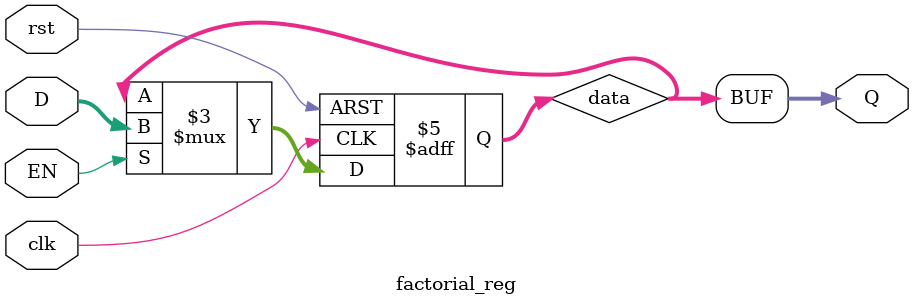
<source format=v>
module factorial_reg #(parameter DATA_WIDTH = 32)(
    input [DATA_WIDTH-1:0] D,
    input EN, clk, rst,
    output [DATA_WIDTH-1:0] Q
    );
    
    reg [DATA_WIDTH-1:0] data;
    
    always @ (posedge clk, posedge rst) begin
        if(rst) data <= 0;
        else if(EN) data <= D;
        else data = data;
    end
    
    assign Q = data;
endmodule
</source>
